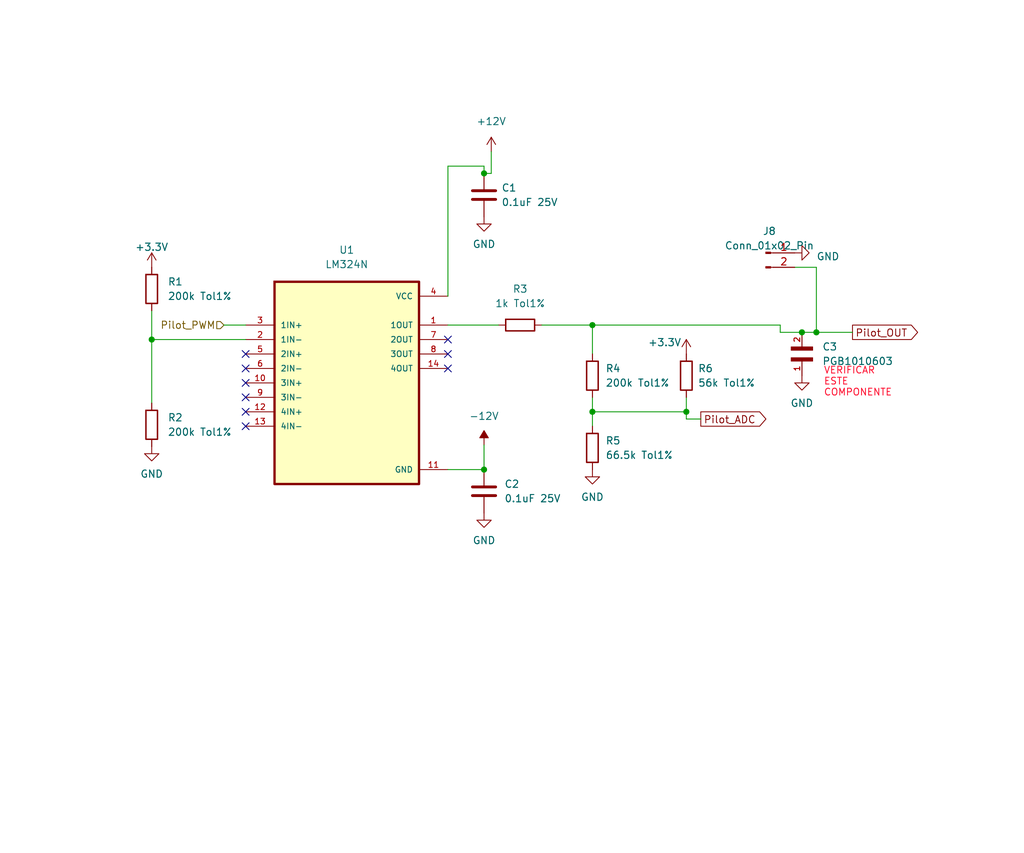
<source format=kicad_sch>
(kicad_sch (version 20230121) (generator eeschema)
  (paper "User" 180.01 150.012)
  (title_block (title "Control Pilot") (company "Universidad Nacional de Colombia") (comment 1 "Manuel Alejandro Pérez Carvajal, Maria Camila Muñoz Berrio") (comment 2 "Eddy Santiago Delgado Caro, Yanet Esther Estrada Lopez") (comment 3 "Julian Enrique Tovar Aranguren, Juan Esteban Bustos Rodriguez"))
  (lib_symbols
    (symbol "Connector:Conn_01x02_Pin" (pin_names (offset 1.016) hide)
      (property "Reference" "J" (at 0 2.54 0))
      (property "Value" "Conn_01x02_Pin" (at 0 -5.08 0))
      (symbol "Conn_01x02_Pin_1_1"
        (polyline (pts (xy 1.27 -2.54) (xy 0.8636 -2.54)) (stroke (width 0.1524)))
        (polyline (pts (xy 1.27 0) (xy 0.8636 0)) (stroke (width 0.1524)))
        (rectangle (start 0.8636 -2.413) (end 0 -2.667) (stroke (width 0.1524)) (fill (type outline)))
        (rectangle (start 0.8636 0.127) (end 0 -0.127) (stroke (width 0.1524)) (fill (type outline)))
        (pin passive line (at 5.08 0 180) (length 3.81) (name "Pin_1") (number "1"))
        (pin passive line (at 5.08 -2.54 180) (length 3.81) (name "Pin_2") (number "2"))
      )
    )
    (symbol "Device:C" (pin_numbers hide) (pin_names (offset 0.254))
      (property "Reference" "C" (at 0.635 2.54 0))
      (property "Value" "C" (at 0.635 -2.54 0))
      (symbol "C_0_1"
        (polyline (pts (xy -2.032 -0.762) (xy 2.032 -0.762)) (stroke (width 0.508)))
        (polyline (pts (xy -2.032 0.762) (xy 2.032 0.762)) (stroke (width 0.508)))
      )
      (symbol "C_1_1"
        (pin passive line (at 0 3.81 270) (length 2.794) (name "~") (number "1"))
        (pin passive line (at 0 -3.81 90) (length 2.794) (name "~") (number "2"))
      )
    )
    (symbol "Device:R" (pin_numbers hide) (pin_names (offset 0))
      (property "Reference" "R" (at 2.032 0 90))
      (property "Value" "R" (at 0 0 90))
      (symbol "R_0_1"
        (rectangle (start -1.016 -2.54) (end 1.016 2.54) (stroke (width 0.254)))
      )
      (symbol "R_1_1"
        (pin passive line (at 0 3.81 270) (length 1.27) (name "~") (number "1"))
        (pin passive line (at 0 -3.81 90) (length 1.27) (name "~") (number "2"))
      )
    )
    (symbol "GND_1" (power) (pin_names (offset 0))
      (property "Value" "GND_1" (at 0 -3.81 0))
      (symbol "GND_1_0_1"
        (polyline (pts (xy 0 0) (xy 0 -1.27) (xy 1.27 -1.27) (xy 0 -2.54) (xy -1.27 -1.27) (xy 0 -1.27)))
      )
      (symbol "GND_1_1_1"
        (pin power_in line (at 0 0 270) (length 0) hide (name "GND") (number "1"))
      )
    )
    (symbol "LM324N:LM324N" (pin_names (offset 1.016))
      (property "Reference" "U" (at -12.7 18.78 0))
      (property "Value" "LM324N" (at -12.7 -21.78 0))
      (symbol "LM324N_0_0"
        (rectangle (start -12.7 -17.78) (end 12.7 17.78) (stroke (width 0.41)) (fill (type background)))
        (pin output line (at 17.78 10.16 180) (length 5.08) (name "1OUT") (number "1"))
        (pin input line (at -17.78 0 0) (length 5.08) (name "3IN+") (number "10"))
        (pin power_in line (at 17.78 -15.24 180) (length 5.08) (name "GND") (number "11"))
        (pin input line (at -17.78 -5.08 0) (length 5.08) (name "4IN+") (number "12"))
        (pin input line (at -17.78 -7.62 0) (length 5.08) (name "4IN-") (number "13"))
        (pin output line (at 17.78 2.54 180) (length 5.08) (name "4OUT") (number "14"))
        (pin input line (at -17.78 7.62 0) (length 5.08) (name "1IN-") (number "2"))
        (pin input line (at -17.78 10.16 0) (length 5.08) (name "1IN+") (number "3"))
        (pin power_in line (at 17.78 15.24 180) (length 5.08) (name "VCC") (number "4"))
        (pin input line (at -17.78 5.08 0) (length 5.08) (name "2IN+") (number "5"))
        (pin input line (at -17.78 2.54 0) (length 5.08) (name "2IN-") (number "6"))
        (pin output line (at 17.78 7.62 180) (length 5.08) (name "2OUT") (number "7"))
        (pin output line (at 17.78 5.08 180) (length 5.08) (name "3OUT") (number "8"))
        (pin input line (at -17.78 -2.54 0) (length 5.08) (name "3IN-") (number "9"))
      )
    )
    (symbol "PGB1010603:PGB1010603" (pin_names (offset 1.016))
      (property "Reference" "C" (at 0 3.8109 0))
      (property "Value" "PGB1010603" (at 0 -5.0885 0))
      (symbol "PGB1010603_0_0"
        (rectangle (start 0 -1.9069) (end 0.635 1.905) (stroke (width 0.1)) (fill (type outline)))
        (rectangle (start 1.9069 -1.9069) (end 2.54 1.905) (stroke (width 0.1)) (fill (type outline)))
        (pin passive line (at -2.54 0 0) (length 2.54) (name "~") (number "1"))
        (pin passive line (at 5.08 0 180) (length 2.54) (name "~") (number "2"))
      )
    )
    (symbol "power:+12V" (power) (pin_names (offset 0))
      (property "Value" "+12V" (at 0 3.556 0))
      (symbol "+12V_0_1"
        (polyline (pts (xy -0.762 1.27) (xy 0 2.54)))
        (polyline (pts (xy 0 0) (xy 0 2.54)))
        (polyline (pts (xy 0 2.54) (xy 0.762 1.27)))
      )
      (symbol "+12V_1_1"
        (pin power_in line (at 0 0 90) (length 0) hide (name "+12V") (number "1"))
      )
    )
    (symbol "power:+3.3V" (power) (pin_names (offset 0))
      (property "Value" "+3.3V" (at 0 3.556 0))
      (symbol "+3.3V_0_1"
        (polyline (pts (xy -0.762 1.27) (xy 0 2.54)))
        (polyline (pts (xy 0 0) (xy 0 2.54)))
        (polyline (pts (xy 0 2.54) (xy 0.762 1.27)))
      )
      (symbol "+3.3V_1_1"
        (pin power_in line (at 0 0 90) (length 0) hide (name "+3.3V") (number "1"))
      )
    )
    (symbol "power:-12V" (power) (pin_names (offset 0))
      (property "Value" "-12V" (at 0 3.81 0))
      (symbol "-12V_0_0"
        (pin power_in line (at 0 0 90) (length 0) hide (name "-12V") (number "1"))
      )
      (symbol "-12V_0_1"
        (polyline (pts (xy 0 0) (xy 0 1.27) (xy 0.762 1.27) (xy 0 2.54) (xy -0.762 1.27) (xy 0 1.27)) (fill (type outline)))
      )
    )
    (symbol "power:GND" (power) (pin_names (offset 0))
      (property "Value" "GND" (at 0 -3.81 0))
      (symbol "GND_0_1"
        (polyline (pts (xy 0 0) (xy 0 -1.27) (xy 1.27 -1.27) (xy 0 -2.54) (xy -1.27 -1.27) (xy 0 -1.27)))
      )
      (symbol "GND_1_1"
        (pin power_in line (at 0 0 270) (length 0) hide (name "GND") (number "1"))
      )
    )
  )
  (junction (at 85.09 82.55))
  (junction (at 104.14 72.39))
  (junction (at 26.67 59.69))
  (junction (at 140.97 58.42))
  (junction (at 85.09 30.48))
  (junction (at 120.65 72.39))
  (junction (at 143.51 58.42))
  (junction (at 104.14 57.15))
  (no_connect (at 43.18 62.23))
  (no_connect (at 43.18 64.77))
  (no_connect (at 43.18 67.31))
  (no_connect (at 43.18 69.85))
  (no_connect (at 78.74 59.69))
  (no_connect (at 78.74 62.23))
  (no_connect (at 78.74 64.77))
  (no_connect (at 43.18 72.39))
  (no_connect (at 43.18 74.93))
  (wire (pts (xy 104.14 69.85) (xy 104.14 72.39)))
  (wire (pts (xy 39.37 57.15) (xy 43.18 57.15)))
  (wire (pts (xy 143.51 58.42) (xy 143.51 46.99)))
  (wire (pts (xy 85.09 30.48) (xy 86.36 30.48)))
  (wire (pts (xy 26.67 54.61) (xy 26.67 59.69)))
  (wire (pts (xy 104.14 72.39) (xy 104.14 74.93)))
  (wire (pts (xy 78.74 52.07) (xy 78.74 29.21)))
  (wire (pts (xy 143.51 58.42) (xy 149.86 58.42)))
  (wire (pts (xy 85.09 29.21) (xy 85.09 30.48)))
  (wire (pts (xy 85.09 78.232) (xy 85.09 82.55)))
  (wire (pts (xy 78.74 57.15) (xy 87.63 57.15)))
  (wire (pts (xy 120.65 73.66) (xy 120.65 72.39)))
  (wire (pts (xy 86.36 26.67) (xy 86.36 30.48)))
  (wire (pts (xy 137.16 58.42) (xy 140.97 58.42)))
  (wire (pts (xy 104.14 62.23) (xy 104.14 57.15)))
  (wire (pts (xy 104.14 72.39) (xy 120.65 72.39)))
  (wire (pts (xy 143.51 46.99) (xy 139.7 46.99)))
  (wire (pts (xy 78.74 82.55) (xy 85.09 82.55)))
  (wire (pts (xy 26.67 59.69) (xy 26.67 70.866)))
  (wire (pts (xy 137.16 57.15) (xy 137.16 58.42)))
  (wire (pts (xy 140.97 58.42) (xy 143.51 58.42)))
  (wire (pts (xy 78.74 29.21) (xy 85.09 29.21)))
  (wire (pts (xy 104.14 57.15) (xy 137.16 57.15)))
  (wire (pts (xy 26.67 59.69) (xy 43.18 59.69)))
  (wire (pts (xy 104.14 57.15) (xy 95.25 57.15)))
  (wire (pts (xy 120.65 72.39) (xy 120.65 69.85)))
  (wire (pts (xy 123.19 73.66) (xy 120.65 73.66)))
  (text "VERIFICAR \nESTE \nCOMPONENTE" (at 144.78 69.85 0) (effects (font (size 1.2 1.2)) (justify left bottom)))
  (global_label "Pilot_ADC" (shape output) (at 123.19 73.66 0) (property "Intersheetrefs" "${INTERSHEET_REFS}" (effects hide)))
  (global_label "Pilot_OUT" (shape output) (at 149.86 58.42 0) (property "Intersheetrefs" "${INTERSHEET_REFS}" (effects hide)))
  (hierarchical_label "Pilot_PWM" (shape input) (at 39.37 57.15 180))
  (symbol (lib_id "LM324N:LM324N") (at 60.96 67.31 0) (unit 1)
    (property "Reference" "U1" (at 60.96 43.942 0))
    (property "Value" "LM324N" (at 60.96 46.482 0))
    (property "Footprint" "symbols-footprints:DIP794W45P254L1969H508Q14" (effects hide))
  )
  (symbol (lib_id "Device:R") (at 104.14 78.74 0) (unit 1)
    (property "Reference" "R5" (at 106.426 77.4699 0) (effects (justify left)))
    (property "Value" "66.5k Tol1%" (at 106.426 80.0099 0) (effects (justify left)))
    (property "Footprint" "Resistor_THT:R_Axial_DIN0204_L3.6mm_D1.6mm_P5.08mm_Horizontal" (effects hide))
  )
  (symbol (lib_id "Device:R") (at 120.65 66.04 0) (unit 1)
    (property "Reference" "R6" (at 122.682 64.7699 0) (effects (justify left)))
    (property "Value" "56k Tol1%" (at 122.682 67.3099 0) (effects (justify left)))
    (property "Footprint" "Resistor_THT:R_Axial_DIN0204_L3.6mm_D1.6mm_P5.08mm_Horizontal" (effects hide))
  )
  (symbol (lib_id "Device:C") (at 85.09 86.36 0) (unit 1)
    (property "Reference" "C2" (at 88.646 85.0899 0) (effects (justify left)))
    (property "Value" "0.1uF 25V" (at 88.646 87.6299 0) (effects (justify left)))
    (property "Footprint" "Capacitor_THT:CP_Radial_D4.0mm_P1.50mm" (effects hide))
  )
  (symbol (lib_id "power:GND") (at 85.09 90.17 0) (unit 1)
    (property "Reference" "#PWR0102" (effects hide))
    (property "Value" "GND" (at 85.09 94.996 0))
  )
  (symbol (lib_id "Device:R") (at 91.44 57.15 90) (unit 1)
    (property "Reference" "R3" (at 91.44 50.8 90))
    (property "Value" "1k Tol1%" (at 91.44 53.34 90))
    (property "Footprint" "Resistor_THT:R_Axial_DIN0204_L3.6mm_D1.6mm_P5.08mm_Horizontal" (effects hide))
  )
  (symbol (lib_id "power:+12V") (at 86.36 26.67 0) (unit 1)
    (property "Reference" "#PWR0101" (effects hide))
    (property "Value" "+12V" (at 86.36 21.336 0))
  )
  (symbol (lib_id "power:GND") (at 140.97 66.04 0) (unit 1)
    (property "Reference" "#PWR0109" (effects hide))
    (property "Value" "GND" (at 140.97 70.866 0))
  )
  (symbol (lib_id "Device:R") (at 26.67 50.8 0) (unit 1)
    (property "Reference" "R1" (at 29.464 49.5299 0) (effects (justify left)))
    (property "Value" "200k Tol1%" (at 29.464 52.0699 0) (effects (justify left)))
    (property "Footprint" "Resistor_THT:R_Axial_DIN0204_L3.6mm_D1.6mm_P5.08mm_Horizontal" (effects hide))
  )
  (symbol (lib_id "power:+3.3V") (at 120.65 62.23 0) (unit 1)
    (property "Reference" "#PWR0108" (effects hide))
    (property "Value" "+3.3V" (at 116.84 60.198 0))
  )
  (symbol (lib_id "power:GND") (at 26.67 78.486 0) (unit 1)
    (property "Reference" "#PWR0104" (effects hide))
    (property "Value" "GND" (at 26.67 83.312 0))
  )
  (symbol (lib_id "PGB1010603:PGB1010603") (at 140.97 63.5 90) (unit 1)
    (property "Reference" "C3" (at 144.526 60.9599 90) (effects (justify right)))
    (property "Value" "PGB1010603" (at 144.526 63.4999 90) (effects (justify right)))
    (property "Footprint" "Resistor_SMD:R_0603_1608Metric_Pad0.98x0.95mm_HandSolder" (effects hide))
  )
  (symbol (lib_id "Device:R") (at 104.14 66.04 0) (unit 1)
    (property "Reference" "R4" (at 106.426 64.7699 0) (effects (justify left)))
    (property "Value" "200k Tol1%" (at 106.426 67.3099 0) (effects (justify left)))
    (property "Footprint" "Resistor_THT:R_Axial_DIN0204_L3.6mm_D1.6mm_P5.08mm_Horizontal" (effects hide))
  )
  (symbol (lib_id "Connector:Conn_01x02_Pin") (at 134.62 44.45 0) (unit 1)
    (property "Reference" "J8" (at 135.255 40.64 0))
    (property "Value" "Conn_01x02_Pin" (at 135.255 43.18 0))
    (property "Footprint" "TerminalBlock:TerminalBlock_Wuerth_691311400102_P7.62mm" (effects hide))
  )
  (symbol (lib_id "power:+3.3V") (at 26.67 46.99 0) (unit 1)
    (property "Reference" "#PWR0105" (effects hide))
    (property "Value" "+3.3V" (at 26.67 43.434 0))
  )
  (symbol (lib_id "Device:R") (at 26.67 74.676 0) (unit 1)
    (property "Reference" "R2" (at 29.464 73.4059 0) (effects (justify left)))
    (property "Value" "200k Tol1%" (at 29.464 75.9459 0) (effects (justify left)))
    (property "Footprint" "Resistor_THT:R_Axial_DIN0204_L3.6mm_D1.6mm_P5.08mm_Horizontal" (effects hide))
  )
  (symbol (lib_id "power:-12V") (at 85.09 78.232 0) (unit 1)
    (property "Reference" "#PWR0103" (effects hide))
    (property "Value" "-12V" (at 85.09 73.152 0))
  )
  (symbol (lib_name "GND_1") (lib_id "power:GND") (at 139.7 44.45 90) (unit 1)
    (property "Reference" "#PWR035" (effects hide))
    (property "Value" "GND" (at 143.51 45.085 90) (effects (justify right)))
  )
  (symbol (lib_id "power:GND") (at 85.09 38.1 0) (unit 1)
    (property "Reference" "#PWR0106" (effects hide))
    (property "Value" "GND" (at 85.09 42.926 0))
  )
  (symbol (lib_id "Device:C") (at 85.09 34.29 0) (unit 1)
    (property "Reference" "C1" (at 88.138 33.0199 0) (effects (justify left)))
    (property "Value" "0.1uF 25V" (at 88.138 35.5599 0) (effects (justify left)))
    (property "Footprint" "Capacitor_THT:CP_Radial_D4.0mm_P1.50mm" (effects hide))
  )
  (symbol (lib_id "power:GND") (at 104.14 82.55 0) (unit 1)
    (property "Reference" "#PWR0107" (effects hide))
    (property "Value" "GND" (at 104.14 87.376 0))
  )
)
</source>
